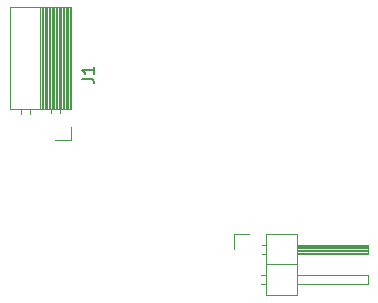
<source format=gbr>
%TF.GenerationSoftware,KiCad,Pcbnew,7.0.1*%
%TF.CreationDate,2023-08-30T09:29:49-04:00*%
%TF.ProjectId,TacTile-L1C,54616354-696c-4652-9d4c-31432e6b6963,rev?*%
%TF.SameCoordinates,Original*%
%TF.FileFunction,Legend,Top*%
%TF.FilePolarity,Positive*%
%FSLAX46Y46*%
G04 Gerber Fmt 4.6, Leading zero omitted, Abs format (unit mm)*
G04 Created by KiCad (PCBNEW 7.0.1) date 2023-08-30 09:29:49*
%MOMM*%
%LPD*%
G01*
G04 APERTURE LIST*
%ADD10C,0.150000*%
%ADD11C,0.120000*%
G04 APERTURE END LIST*
D10*
%TO.C,J1*%
X31732619Y-31053333D02*
X32446904Y-31053333D01*
X32446904Y-31053333D02*
X32589761Y-31100952D01*
X32589761Y-31100952D02*
X32685000Y-31196190D01*
X32685000Y-31196190D02*
X32732619Y-31339047D01*
X32732619Y-31339047D02*
X32732619Y-31434285D01*
X32732619Y-30053333D02*
X32732619Y-30624761D01*
X32732619Y-30339047D02*
X31732619Y-30339047D01*
X31732619Y-30339047D02*
X31875476Y-30434285D01*
X31875476Y-30434285D02*
X31970714Y-30529523D01*
X31970714Y-30529523D02*
X32018333Y-30624761D01*
D11*
%TO.C,J2*%
X44605000Y-44230000D02*
X45875000Y-44230000D01*
X44605000Y-45500000D02*
X44605000Y-44230000D01*
X46917929Y-47660000D02*
X47315000Y-47660000D01*
X46917929Y-48420000D02*
X47315000Y-48420000D01*
X46985000Y-45120000D02*
X47315000Y-45120000D01*
X46985000Y-45880000D02*
X47315000Y-45880000D01*
X47315000Y-44170000D02*
X47315000Y-49370000D01*
X47315000Y-46770000D02*
X49975000Y-46770000D01*
X47315000Y-49370000D02*
X49975000Y-49370000D01*
X49975000Y-44170000D02*
X47315000Y-44170000D01*
X49975000Y-45120000D02*
X55975000Y-45120000D01*
X49975000Y-45180000D02*
X55975000Y-45180000D01*
X49975000Y-45300000D02*
X55975000Y-45300000D01*
X49975000Y-45420000D02*
X55975000Y-45420000D01*
X49975000Y-45540000D02*
X55975000Y-45540000D01*
X49975000Y-45660000D02*
X55975000Y-45660000D01*
X49975000Y-45780000D02*
X55975000Y-45780000D01*
X49975000Y-47660000D02*
X55975000Y-47660000D01*
X49975000Y-49370000D02*
X49975000Y-44170000D01*
X55975000Y-45120000D02*
X55975000Y-45880000D01*
X55975000Y-45880000D02*
X49975000Y-45880000D01*
X55975000Y-47660000D02*
X55975000Y-48420000D01*
X55975000Y-48420000D02*
X49975000Y-48420000D01*
%TO.C,J1*%
X30830000Y-25010000D02*
X25630000Y-25010000D01*
X30830000Y-25010000D02*
X30830000Y-33640000D01*
X30710000Y-25010000D02*
X30710000Y-33640000D01*
X30591905Y-25010000D02*
X30591905Y-33640000D01*
X30473810Y-25010000D02*
X30473810Y-33640000D01*
X30355715Y-25010000D02*
X30355715Y-33640000D01*
X30237620Y-25010000D02*
X30237620Y-33640000D01*
X30119525Y-25010000D02*
X30119525Y-33640000D01*
X30001430Y-25010000D02*
X30001430Y-33640000D01*
X29883335Y-25010000D02*
X29883335Y-33640000D01*
X29765240Y-25010000D02*
X29765240Y-33640000D01*
X29647145Y-25010000D02*
X29647145Y-33640000D01*
X29529050Y-25010000D02*
X29529050Y-33640000D01*
X29410955Y-25010000D02*
X29410955Y-33640000D01*
X29292860Y-25010000D02*
X29292860Y-33640000D01*
X29174765Y-25010000D02*
X29174765Y-33640000D01*
X29056670Y-25010000D02*
X29056670Y-33640000D01*
X28938575Y-25010000D02*
X28938575Y-33640000D01*
X28820480Y-25010000D02*
X28820480Y-33640000D01*
X28702385Y-25010000D02*
X28702385Y-33640000D01*
X28584290Y-25010000D02*
X28584290Y-33640000D01*
X28466195Y-25010000D02*
X28466195Y-33640000D01*
X28348100Y-25010000D02*
X28348100Y-33640000D01*
X28230000Y-25010000D02*
X28230000Y-33640000D01*
X25630000Y-25010000D02*
X25630000Y-33640000D01*
X30830000Y-33640000D02*
X25630000Y-33640000D01*
X29860000Y-33640000D02*
X29860000Y-33990000D01*
X29140000Y-33640000D02*
X29140000Y-33990000D01*
X27320000Y-33640000D02*
X27320000Y-34050000D01*
X26600000Y-33640000D02*
X26600000Y-34050000D01*
X30830000Y-35100000D02*
X30830000Y-36210000D01*
X30830000Y-36210000D02*
X29500000Y-36210000D01*
%TD*%
M02*

</source>
